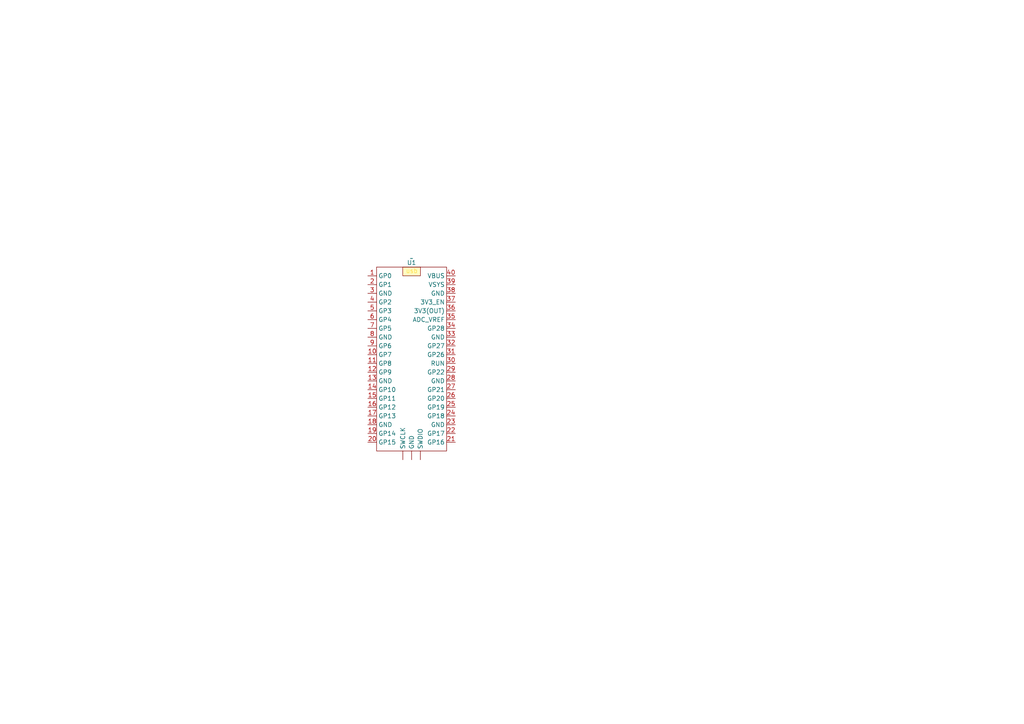
<source format=kicad_sch>
(kicad_sch (version 20230121) (generator eeschema)
  (paper "A4")
  (lib_symbols
    (symbol "RP2040_parts:pi_pico"
      (property "Reference" "U" (at 0 0 0))
      (symbol "pi_pico_1_0"
        (pin passive line (at -12.7 -27.94 0) (length 2.54) (name "GP7") (number "10"))
        (pin passive line (at -12.7 -30.48 0) (length 2.54) (name "GP8") (number "11"))
        (pin passive line (at -12.7 -33.02 0) (length 2.54) (name "GP9") (number "12"))
        (pin passive line (at -12.7 -35.56 0) (length 2.54) (name "GND") (number "13"))
        (pin passive line (at -12.7 -38.1 0) (length 2.54) (name "GP10") (number "14"))
        (pin passive line (at -12.7 -40.64 0) (length 2.54) (name "GP11") (number "15"))
        (pin passive line (at -12.7 -43.18 0) (length 2.54) (name "GP12") (number "16"))
        (pin passive line (at -12.7 -45.72 0) (length 2.54) (name "GP13") (number "17"))
        (pin passive line (at -12.7 -48.26 0) (length 2.54) (name "GND") (number "18"))
        (pin passive line (at -12.7 -50.8 0) (length 2.54) (name "GP14") (number "19"))
        (pin passive line (at -12.7 -53.34 0) (length 2.54) (name "GP15") (number "20"))
        (pin passive line (at 12.7 -53.34 180) (length 2.54) (name "GP16") (number "21"))
        (pin passive line (at 12.7 -50.8 180) (length 2.54) (name "GP17") (number "22"))
        (pin passive line (at 12.7 -48.26 180) (length 2.54) (name "GND") (number "23"))
        (pin passive line (at 12.7 -45.72 180) (length 2.54) (name "GP18") (number "24"))
        (pin passive line (at 12.7 -43.18 180) (length 2.54) (name "GP19") (number "25"))
        (pin passive line (at 12.7 -40.64 180) (length 2.54) (name "GP20") (number "26"))
        (pin passive line (at 12.7 -38.1 180) (length 2.54) (name "GP21") (number "27"))
        (pin passive line (at 12.7 -35.56 180) (length 2.54) (name "GND") (number "28"))
        (pin passive line (at 12.7 -33.02 180) (length 2.54) (name "GP22") (number "29"))
        (pin passive line (at -12.7 -10.16 0) (length 2.54) (name "GND") (number "3"))
        (pin passive line (at 12.7 -30.48 180) (length 2.54) (name "RUN") (number "30"))
        (pin passive line (at 12.7 -27.94 180) (length 2.54) (name "GP26") (number "31"))
        (pin passive line (at 12.7 -25.4 180) (length 2.54) (name "GP27") (number "32"))
        (pin passive line (at 12.7 -22.86 180) (length 2.54) (name "GND") (number "33"))
        (pin passive line (at 12.7 -20.32 180) (length 2.54) (name "GP28") (number "34"))
        (pin passive line (at 12.7 -17.78 180) (length 2.54) (name "ADC_VREF") (number "35"))
        (pin power_out line (at 12.7 -15.24 180) (length 2.54) (name "3V3(OUT)") (number "36"))
        (pin passive line (at 12.7 -12.7 180) (length 2.54) (name "3V3_EN") (number "37"))
        (pin passive line (at 12.7 -10.16 180) (length 2.54) (name "GND") (number "38"))
        (pin passive line (at 12.7 -7.62 180) (length 2.54) (name "VSYS") (number "39"))
        (pin passive line (at -12.7 -12.7 0) (length 2.54) (name "GP2") (number "4"))
        (pin passive line (at -12.7 -15.24 0) (length 2.54) (name "GP3") (number "5"))
        (pin passive line (at -12.7 -17.78 0) (length 2.54) (name "GP4") (number "6"))
        (pin passive line (at -12.7 -20.32 0) (length 2.54) (name "GP5") (number "7"))
        (pin passive line (at -12.7 -22.86 0) (length 2.54) (name "GND") (number "8"))
        (pin passive line (at -12.7 -25.4 0) (length 2.54) (name "GP6") (number "9"))
      )
      (symbol "pi_pico_1_1"
        (rectangle (start -10.16 -2.54) (end 10.16 -55.88))
        (polyline (pts (xy 2.54 -2.54) (xy 2.54 -5.08) (xy -2.54 -5.08) (xy -2.54 -2.54) (xy 2.54 -2.54)) (fill (type background)))
        (text "usb" (at 0.0526 -3.6068 0) (effects (font (size 1.27 1.27))))
        (pin passive line (at 0 -58.42 90) (length 2.54) (name "GND") (number ""))
        (pin passive line (at -2.54 -58.42 90) (length 2.54) (name "SWCLK") (number ""))
        (pin passive line (at 2.54 -58.42 90) (length 2.54) (name "SWDIO") (number ""))
        (pin passive line (at -12.7 -5.08 0) (length 2.54) (name "GP0") (number "1"))
        (pin passive line (at -12.7 -7.62 0) (length 2.54) (name "GP1") (number "2"))
        (pin passive line (at 12.7 -5.08 180) (length 2.54) (name "VBUS") (number "40"))
      )
    )
  )
  (symbol (lib_id "RP2040_parts:pi_pico") (at 119.38 74.93 0) (unit 1)
    (property "Reference" "U1" (at 119.38 76.2 0))
    (property "Value" "~" (at 119.38 74.93 0))
    (property "Footprint" "Library:Raspberry_pi_pico" (effects hide))
  )
)
</source>
